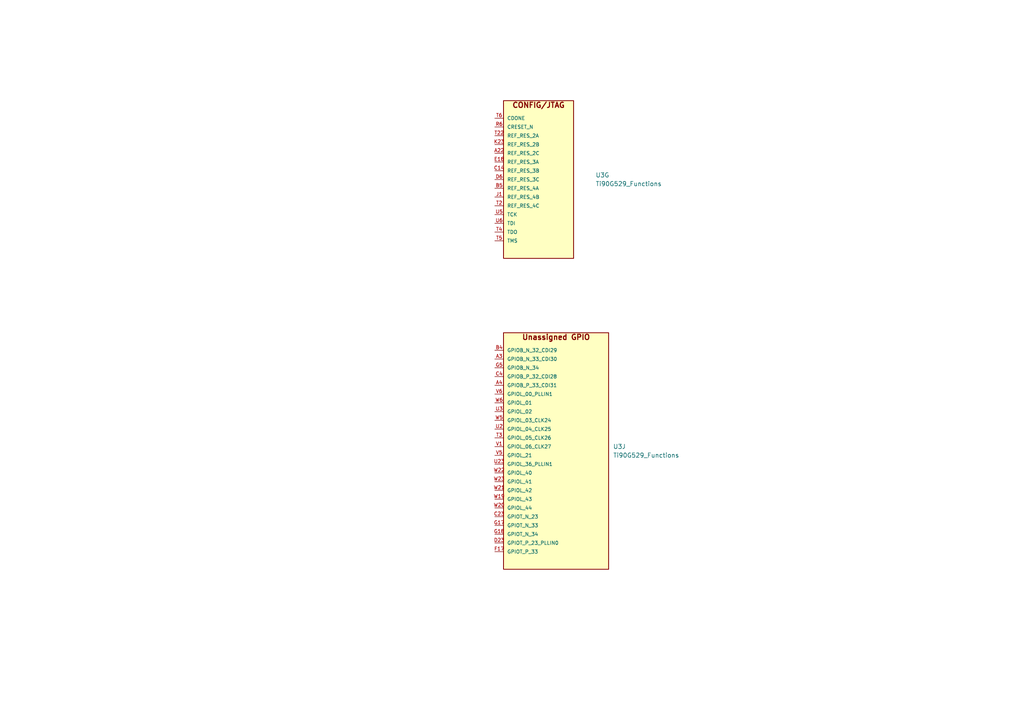
<source format=kicad_sch>
(kicad_sch (version 20250114) (generator "eeschema") (generator_version "9.0")
  (paper "A4")
  (lib_symbols
    (symbol "Ti90G529_Functions:Ti90G529_Functions" (pin_names (offset 1.016))
      (property "Reference" "U" (at 0 1.27 0))
      (property "Value" "Ti90G529_Functions" (at 0 -1.27 0))
      (symbol "Ti90G529_Functions_1_1"
        (rectangle (start 0 63.5) (end 30.48 -63.5) (stroke (width 0.254)) (fill (type background)))
        (text "FT601 Interface" (at 15.24 62.23 0) (effects (font (size 1.524 1.524) (bold yes))))
        (pin bidirectional line (at -2.54 58.42 0) (length 2.54) (name "ftdi_data[0]") (number "F9"))
        (pin bidirectional line (at -2.54 55.88 0) (length 2.54) (name "ftdi_data[1]") (number "A5"))
        (pin bidirectional line (at -2.54 53.34 0) (length 2.54) (name "ftdi_data[2]") (number "E6"))
        (pin bidirectional line (at -2.54 50.8 0) (length 2.54) (name "ftdi_data[3]") (number "B7"))
        (pin bidirectional line (at -2.54 48.26 0) (length 2.54) (name "ftdi_data[4]") (number "C7"))
        (pin bidirectional line (at -2.54 45.72 0) (length 2.54) (name "ftdi_data[5]") (number "E8"))
        (pin bidirectional line (at -2.54 43.18 0) (length 2.54) (name "ftdi_data[6]") (number "A8"))
        (pin bidirectional line (at -2.54 40.64 0) (length 2.54) (name "ftdi_data[7]") (number "C9"))
        (pin bidirectional line (at -2.54 38.1 0) (length 2.54) (name "ftdi_data[8]") (number "E9"))
        (pin bidirectional line (at -2.54 35.56 0) (length 2.54) (name "ftdi_data[9]") (number "E10"))
        (pin bidirectional line (at -2.54 33.02 0) (length 2.54) (name "ftdi_data[10]") (number "C10"))
        (pin bidirectional line (at -2.54 30.48 0) (length 2.54) (name "ftdi_data[11]") (number "H11"))
        (pin bidirectional line (at -2.54 27.94 0) (length 2.54) (name "ftdi_data[12]") (number "A10"))
        (pin bidirectional line (at -2.54 25.4 0) (length 2.54) (name "ftdi_data[13]") (number "C11"))
        (pin bidirectional line (at -2.54 22.86 0) (length 2.54) (name "ftdi_data[14]") (number "G11"))
        (pin bidirectional line (at -2.54 20.32 0) (length 2.54) (name "ftdi_data[15]") (number "B12"))
        (pin bidirectional line (at -2.54 17.78 0) (length 2.54) (name "ftdi_data[16]") (number "E11"))
        (pin bidirectional line (at -2.54 15.24 0) (length 2.54) (name "ftdi_data[17]") (number "G12"))
        (pin bidirectional line (at -2.54 12.7 0) (length 2.54) (name "ftdi_data[18]") (number "D12"))
        (pin bidirectional line (at -2.54 10.16 0) (length 2.54) (name "ftdi_data[19]") (number "A13"))
        (pin bidirectional line (at -2.54 7.62 0) (length 2.54) (name "ftdi_data[20]") (number "H13"))
        (pin bidirectional line (at -2.54 5.08 0) (length 2.54) (name "ftdi_data[21]") (number "B13"))
        (pin bidirectional line (at -2.54 2.54 0) (length 2.54) (name "ftdi_data[22]") (number "F13"))
        (pin bidirectional line (at -2.54 0 0) (length 2.54) (name "ftdi_data[23]") (number "G14"))
        (pin bidirectional line (at -2.54 -2.54 0) (length 2.54) (name "ftdi_data[24]") (number "E14"))
        (pin bidirectional line (at -2.54 -5.08 0) (length 2.54) (name "ftdi_data[25]") (number "B15"))
        (pin bidirectional line (at -2.54 -7.62 0) (length 2.54) (name "ftdi_data[26]") (number "C15"))
        (pin bidirectional line (at -2.54 -10.16 0) (length 2.54) (name "ftdi_data[27]") (number "A16"))
        (pin bidirectional line (at -2.54 -12.7 0) (length 2.54) (name "ftdi_data[28]") (number "A17"))
        (pin bidirectional line (at -2.54 -15.24 0) (length 2.54) (name "ftdi_data[29]") (number "C16"))
        (pin bidirectional line (at -2.54 -17.78 0) (length 2.54) (name "ftdi_data[30]") (number "B18"))
        (pin bidirectional line (at -2.54 -20.32 0) (length 2.54) (name "ftdi_data[31]") (number "A21"))
        (pin bidirectional line (at -2.54 -22.86 0) (length 2.54) (name "ftdi_be[0]") (number "D17"))
        (pin bidirectional line (at -2.54 -25.4 0) (length 2.54) (name "ftdi_be[1]") (number "C19"))
        (pin bidirectional line (at -2.54 -27.94 0) (length 2.54) (name "ftdi_be[2]") (number "C20"))
        (pin bidirectional line (at -2.54 -30.48 0) (length 2.54) (name "ftdi_be[3]") (number "E17"))
        (pin input line (at -2.54 -33.02 0) (length 2.54) (name "ftdi_clk") (number "F15"))
        (pin output line (at -2.54 -35.56 0) (length 2.54) (name "ftdi_oe_n") (number "H15"))
        (pin output line (at -2.54 -38.1 0) (length 2.54) (name "ftdi_rd_n") (number "E16"))
        (pin output line (at -2.54 -40.64 0) (length 2.54) (name "ftdi_wr_n") (number "G16"))
        (pin input line (at -2.54 -43.18 0) (length 2.54) (name "ftdi_rxf_n") (number "G15"))
        (pin input line (at -2.54 -45.72 0) (length 2.54) (name "ftdi_txe_n") (number "E15"))
        (pin output line (at -2.54 -48.26 0) (length 2.54) (name "ftdi_resetn") (number "G9"))
        (pin output line (at -2.54 -50.8 0) (length 2.54) (name "ftdi_siwu") (number "G8"))
        (pin output line (at -2.54 -53.34 0) (length 2.54) (name "ftdi_wakeupn") (number "F7"))
        (pin output line (at -2.54 -55.88 0) (length 2.54) (name "ftdi_gpio0") (number "H8"))
        (pin output line (at -2.54 -58.42 0) (length 2.54) (name "ftdi_gpio1") (number "G7"))
      )
      (symbol "Ti90G529_Functions_2_1"
        (rectangle (start 0 69.85) (end 30.48 -69.85) (stroke (width 0.254)) (fill (type background)))
        (text "ADC 1/2 LVDS Data" (at 15.24 68.58 0) (effects (font (size 1.524 1.524) (bold yes))))
        (pin input line (at 33.02 64.77 180) (length 2.54) (name "lvds_rx1_1") (number "E21"))
        (pin input line (at 33.02 62.23 180) (length 2.54) (name "lvds_rx1_1_N") (number "E20"))
        (pin input line (at 33.02 59.69 180) (length 2.54) (name "lvds_rx1_2") (number "R23"))
        (pin input line (at 33.02 57.15 180) (length 2.54) (name "lvds_rx1_2_N") (number "P23"))
        (pin input line (at 33.02 54.61 180) (length 2.54) (name "lvds_rx1_3") (number "R18"))
        (pin input line (at 33.02 52.07 180) (length 2.54) (name "lvds_rx1_3_N") (number "R19"))
        (pin input line (at 33.02 49.53 180) (length 2.54) (name "lvds_rx1_4") (number "P21"))
        (pin input line (at 33.02 46.99 180) (length 2.54) (name "lvds_rx1_4_N") (number "P20"))
        (pin input line (at 33.02 44.45 180) (length 2.54) (name "lvds_rx1_5") (number "N22"))
        (pin input line (at 33.02 41.91 180) (length 2.54) (name "lvds_rx1_5_N") (number "N23"))
        (pin input line (at 33.02 39.37 180) (length 2.54) (name "lvds_rx1_6") (number "P18"))
        (pin input line (at 33.02 36.83 180) (length 2.54) (name "lvds_rx1_6_N") (number "P19"))
        (pin input line (at 33.02 34.29 180) (length 2.54) (name "lvds_rx1_7") (number "L23"))
        (pin input line (at 33.02 31.75 180) (length 2.54) (name "lvds_rx1_7_N") (number "L22"))
        (pin input line (at 33.02 29.21 180) (length 2.54) (name "lvds_rx1_8") (number "N20"))
        (pin input line (at 33.02 26.67 180) (length 2.54) (name "lvds_rx1_8_N") (number "N21"))
        (pin input line (at 33.02 24.13 180) (length 2.54) (name "lvds_rx1_9") (number "N16"))
        (pin input line (at 33.02 21.59 180) (length 2.54) (name "lvds_rx1_9_N") (number "N17"))
        (pin input line (at 33.02 19.05 180) (length 2.54) (name "lvds_rx1_10") (number "N19"))
        (pin input line (at 33.02 16.51 180) (length 2.54) (name "lvds_rx1_10_N") (number "N18"))
        (pin input line (at 33.02 13.97 180) (length 2.54) (name "lvds_rx1_11") (number "M21"))
        (pin input line (at 33.02 11.43 180) (length 2.54) (name "lvds_rx1_11_N") (number "M22"))
        (pin input line (at 33.02 8.89 180) (length 2.54) (name "lvds_rx1_12") (number "G22"))
        (pin input line (at 33.02 6.35 180) (length 2.54) (name "lvds_rx1_12_N") (number "H22"))
        (pin input line (at 33.02 3.81 180) (length 2.54) (name "lvds_rx1_13") (number "M19"))
        (pin input line (at 33.02 1.27 180) (length 2.54) (name "lvds_rx1_13_N") (number "M18"))
        (pin input line (at 33.02 -1.27 180) (length 2.54) (name "lvds_rx2_1") (number "L21"))
        (pin input line (at 33.02 -3.81 180) (length 2.54) (name "lvds_rx2_1_N") (number "K21"))
        (pin input line (at 33.02 -6.35 180) (length 2.54) (name "lvds_rx2_2") (number "F23"))
        (pin input line (at 33.02 -8.89 180) (length 2.54) (name "lvds_rx2_2_N") (number "G23"))
        (pin input line (at 33.02 -11.43 180) (length 2.54) (name "lvds_rx2_3") (number "L16"))
        (pin input line (at 33.02 -13.97 180) (length 2.54) (name "lvds_rx2_3_N") (number "M16"))
        (pin input line (at 33.02 -16.51 180) (length 2.54) (name "lvds_rx2_4") (number "E23"))
        (pin input line (at 33.02 -19.05 180) (length 2.54) (name "lvds_rx2_4_N") (number "E22"))
        (pin input line (at 33.02 -21.59 180) (length 2.54) (name "lvds_rx2_5") (number "J20"))
        (pin input line (at 33.02 -24.13 180) (length 2.54) (name "lvds_rx2_5_N") (number "J21"))
        (pin input line (at 33.02 -26.67 180) (length 2.54) (name "lvds_rx2_6") (number "L18"))
        (pin input line (at 33.02 -29.21 180) (length 2.54) (name "lvds_rx2_6_N") (number "L17"))
        (pin input line (at 33.02 -31.75 180) (length 2.54) (name "lvds_rx2_7") (number "G21"))
        (pin input line (at 33.02 -34.29 180) (length 2.54) (name "lvds_rx2_7_N") (number "F21"))
        (pin input line (at 33.02 -36.83 180) (length 2.54) (name "lvds_rx2_8") (number "K20"))
        (pin input line (at 33.02 -39.37 180) (length 2.54) (name "lvds_rx2_8_N") (number "K19"))
        (pin input line (at 33.02 -41.91 180) (length 2.54) (name "lvds_rx2_9") (number "L20"))
        (pin input line (at 33.02 -44.45 180) (length 2.54) (name "lvds_rx2_9_N") (number "L19"))
        (pin input line (at 33.02 -46.99 180) (length 2.54) (name "lvds_rx2_10") (number "J18"))
        (pin input line (at 33.02 -49.53 180) (length 2.54) (name "lvds_rx2_10_N") (number "J17"))
        (pin input line (at 33.02 -52.07 180) (length 2.54) (name "lvds_rx2_11") (number "B23"))
        (pin input line (at 33.02 -54.61 180) (length 2.54) (name "lvds_rx2_11_N") (number "B22"))
        (pin input line (at 33.02 -57.15 180) (length 2.54) (name "lvds_rx2_12") (number "K18"))
        (pin input line (at 33.02 -59.69 180) (length 2.54) (name "lvds_rx2_12_N") (number "K17"))
        (pin input line (at 33.02 -62.23 180) (length 2.54) (name "lvds_rx2_13") (number "H20"))
        (pin input line (at 33.02 -64.77 180) (length 2.54) (name "lvds_rx2_13_N") (number "G20"))
      )
      (symbol "Ti90G529_Functions_3_1"
        (rectangle (start 0 69.85) (end 30.48 -69.85) (stroke (width 0.254)) (fill (type background)))
        (text "ADC 3/4 LVDS Data" (at 15.24 68.58 0) (effects (font (size 1.524 1.524) (bold yes))))
        (pin input line (at 33.02 64.77 180) (length 2.54) (name "lvds_rx3_1") (number "C3"))
        (pin input line (at 33.02 62.23 180) (length 2.54) (name "lvds_rx3_1_N") (number "C2"))
        (pin input line (at 33.02 59.69 180) (length 2.54) (name "lvds_rx3_2") (number "R2"))
        (pin input line (at 33.02 57.15 180) (length 2.54) (name "lvds_rx3_2_N") (number "R3"))
        (pin input line (at 33.02 54.61 180) (length 2.54) (name "lvds_rx3_3") (number "P8"))
        (pin input line (at 33.02 52.07 180) (length 2.54) (name "lvds_rx3_3_N") (number "P7"))
        (pin input line (at 33.02 49.53 180) (length 2.54) (name "lvds_rx3_4") (number "P1"))
        (pin input line (at 33.02 46.99 180) (length 2.54) (name "lvds_rx3_4_N") (number "R1"))
        (pin input line (at 33.02 44.45 180) (length 2.54) (name "lvds_rx3_5") (number "P5"))
        (pin input line (at 33.02 41.91 180) (length 2.54) (name "lvds_rx3_5_N") (number "P6"))
        (pin input line (at 33.02 39.37 180) (length 2.54) (name "lvds_rx3_6") (number "N5"))
        (pin input line (at 33.02 36.83 180) (length 2.54) (name "lvds_rx3_6_N") (number "N6"))
        (pin input line (at 33.02 34.29 180) (length 2.54) (name "lvds_rx3_7") (number "N3"))
        (pin input line (at 33.02 31.75 180) (length 2.54) (name "lvds_rx3_7_N") (number "P3"))
        (pin input line (at 33.02 29.21 180) (length 2.54) (name "lvds_rx3_8") (number "N1"))
        (pin input line (at 33.02 26.67 180) (length 2.54) (name "lvds_rx3_8_N") (number "N2"))
        (pin input line (at 33.02 24.13 180) (length 2.54) (name "lvds_rx3_9") (number "N4"))
        (pin input line (at 33.02 21.59 180) (length 2.54) (name "lvds_rx3_9_N") (number "M4"))
        (pin input line (at 33.02 19.05 180) (length 2.54) (name "lvds_rx3_10") (number "L2"))
        (pin input line (at 33.02 16.51 180) (length 2.54) (name "lvds_rx3_10_N") (number "M2"))
        (pin input line (at 33.02 13.97 180) (length 2.54) (name "lvds_rx3_11") (number "K1"))
        (pin input line (at 33.02 11.43 180) (length 2.54) (name "lvds_rx3_11_N") (number "L1"))
        (pin input line (at 33.02 8.89 180) (length 2.54) (name "lvds_rx3_12") (number "E1"))
        (pin input line (at 33.02 6.35 180) (length 2.54) (name "lvds_rx3_12_N") (number "F1"))
        (pin input line (at 33.02 3.81 180) (length 2.54) (name "lvds_rx3_13") (number "M6"))
        (pin input line (at 33.02 1.27 180) (length 2.54) (name "lvds_rx3_13_N") (number "M7"))
        (pin input line (at 33.02 -1.27 180) (length 2.54) (name "lvds_rx4_1") (number "L3"))
        (pin input line (at 33.02 -3.81 180) (length 2.54) (name "lvds_rx4_1_N") (number "K3"))
        (pin input line (at 33.02 -6.35 180) (length 2.54) (name "lvds_rx4_2") (number "J3"))
        (pin input line (at 33.02 -8.89 180) (length 2.54) (name "lvds_rx4_2_N") (number "J2"))
        (pin input line (at 33.02 -11.43 180) (length 2.54) (name "lvds_rx4_3") (number "L4"))
        (pin input line (at 33.02 -13.97 180) (length 2.54) (name "lvds_rx4_3_N") (number "L5"))
        (pin input line (at 33.02 -16.51 180) (length 2.54) (name "lvds_rx4_4") (number "H2"))
        (pin input line (at 33.02 -19.05 180) (length 2.54) (name "lvds_rx4_4_N") (number "H3"))
        (pin input line (at 33.02 -21.59 180) (length 2.54) (name "lvds_rx4_5") (number "F3"))
        (pin input line (at 33.02 -24.13 180) (length 2.54) (name "lvds_rx4_5_N") (number "G3"))
        (pin input line (at 33.02 -26.67 180) (length 2.54) (name "lvds_rx4_6") (number "L7"))
        (pin input line (at 33.02 -29.21 180) (length 2.54) (name "lvds_rx4_6_N") (number "L8"))
        (pin input line (at 33.02 -31.75 180) (length 2.54) (name "lvds_rx4_7") (number "K4"))
        (pin input line (at 33.02 -34.29 180) (length 2.54) (name "lvds_rx4_7_N") (number "J4"))
        (pin input line (at 33.02 -36.83 180) (length 2.54) (name "lvds_rx4_8") (number "H5"))
        (pin input line (at 33.02 -39.37 180) (length 2.54) (name "lvds_rx4_8_N") (number "J5"))
        (pin input line (at 33.02 -41.91 180) (length 2.54) (name "lvds_rx4_9") (number "K6"))
        (pin input line (at 33.02 -44.45 180) (length 2.54) (name "lvds_rx4_9_N") (number "L6"))
        (pin input line (at 33.02 -46.99 180) (length 2.54) (name "lvds_rx4_10") (number "J7"))
        (pin input line (at 33.02 -49.53 180) (length 2.54) (name "lvds_rx4_10_N") (number "J6"))
        (pin input line (at 33.02 -52.07 180) (length 2.54) (name "lvds_rx4_11") (number "B1"))
        (pin input line (at 33.02 -54.61 180) (length 2.54) (name "lvds_rx4_11_N") (number "C1"))
        (pin input line (at 33.02 -57.15 180) (length 2.54) (name "lvds_rx4_12") (number "E4"))
        (pin input line (at 33.02 -59.69 180) (length 2.54) (name "lvds_rx4_12_N") (number "F4"))
        (pin input line (at 33.02 -62.23 180) (length 2.54) (name "lvds_rx4_13") (number "D2"))
        (pin input line (at 33.02 -64.77 180) (length 2.54) (name "lvds_rx4_13_N") (number "D3"))
      )
      (symbol "Ti90G529_Functions_4_1"
        (rectangle (start 0 13.97) (end 30.48 -13.97) (stroke (width 0.254)) (fill (type background)))
        (text "ADC LVDS Clocks" (at 15.24 12.7 0) (effects (font (size 1.524 1.524) (bold yes))))
        (pin input line (at 33.02 8.89 180) (length 2.54) (name "lvds_rx_top_clkin1") (number "J22"))
        (pin input line (at 33.02 6.35 180) (length 2.54) (name "lvds_rx_top_clkin1_N") (number "J23"))
        (pin input line (at 33.02 3.81 180) (length 2.54) (name "lvds_rx_top_clkin2") (number "R22"))
        (pin input line (at 33.02 1.27 180) (length 2.54) (name "lvds_rx_top_clkin2_N") (number "R21"))
        (pin input line (at 33.02 -1.27 180) (length 2.54) (name "lvds_rx_bottom_clkin3") (number "R4"))
        (pin input line (at 33.02 -3.81 180) (length 2.54) (name "lvds_rx_bottom_clkin3_N") (number "R5"))
        (pin input line (at 33.02 -6.35 180) (length 2.54) (name "lvds_rx_bottom_clkin4") (number "G1"))
        (pin input line (at 33.02 -8.89 180) (length 2.54) (name "lvds_rx_bottom_clkin4_N") (number "G2"))
      )
      (symbol "Ti90G529_Functions_5_1"
        (rectangle (start 0 59.69) (end 30.48 -59.69) (stroke (width 0.254)) (fill (type background)))
        (text "DDR4 Interface" (at 15.24 58.42 0) (effects (font (size 1.524 1.524) (bold yes))))
        (pin bidirectional line (at -2.54 54.61 0) (length 2.54) (name "DDR_DQ[0]") (number "AA22"))
        (pin bidirectional line (at -2.54 52.07 0) (length 2.54) (name "DDR_DQ[1]") (number "AA23"))
        (pin bidirectional line (at -2.54 49.53 0) (length 2.54) (name "DDR_DQ[2]") (number "AA20"))
        (pin bidirectional line (at -2.54 46.99 0) (length 2.54) (name "DDR_DQ[3]") (number "AC19"))
        (pin bidirectional line (at -2.54 44.45 0) (length 2.54) (name "DDR_DQ[4]") (number "AB20"))
        (pin bidirectional line (at -2.54 41.91 0) (length 2.54) (name "DDR_DQ[5]") (number "AB19"))
        (pin bidirectional line (at -2.54 39.37 0) (length 2.54) (name "DDR_DQ[6]") (number "AC22"))
        (pin bidirectional line (at -2.54 36.83 0) (length 2.54) (name "DDR_DQ[7]") (number "AA21"))
        (pin bidirectional line (at -2.54 34.29 0) (length 2.54) (name "DDR_DQS[0]") (number "AB21"))
        (pin bidirectional line (at -2.54 31.75 0) (length 2.54) (name "DDR_DQS_N[0]") (number "AC21"))
        (pin bidirectional line (at -2.54 29.21 0) (length 2.54) (name "DDR_DM[0]") (number "AB23"))
        (pin bidirectional line (at -2.54 26.67 0) (length 2.54) (name "DDR_DQ[8]") (number "AA17"))
        (pin bidirectional line (at -2.54 24.13 0) (length 2.54) (name "DDR_DQ[9]") (number "AC17"))
        (pin bidirectional line (at -2.54 21.59 0) (length 2.54) (name "DDR_DQ[10]") (number "AA18"))
        (pin bidirectional line (at -2.54 19.05 0) (length 2.54) (name "DDR_DQ[11]") (number "AC18"))
        (pin bidirectional line (at -2.54 16.51 0) (length 2.54) (name "DDR_DQ[12]") (number "AB15"))
        (pin bidirectional line (at -2.54 13.97 0) (length 2.54) (name "DDR_DQ[13]") (number "AA15"))
        (pin bidirectional line (at -2.54 11.43 0) (length 2.54) (name "DDR_DQ[14]") (number "AC14"))
        (pin bidirectional line (at -2.54 8.89 0) (length 2.54) (name "DDR_DQ[15]") (number "AA14"))
        (pin bidirectional line (at -2.54 6.35 0) (length 2.54) (name "DDR_DQS[1]") (number "AB16"))
        (pin bidirectional line (at -2.54 3.81 0) (length 2.54) (name "DDR_DQS_N[1]") (number "AC16"))
        (pin bidirectional line (at -2.54 1.27 0) (length 2.54) (name "DDR_DM[1]") (number "AA16"))
        (pin bidirectional line (at -2.54 -1.27 0) (length 2.54) (name "DDR_DQ[16]") (number "AB9"))
        (pin bidirectional line (at -2.54 -3.81 0) (length 2.54) (name "DDR_DQ[17]") (number "AA9"))
        (pin bidirectional line (at -2.54 -6.35 0) (length 2.54) (name "DDR_DQ[18]") (number "AC10"))
        (pin bidirectional line (at -2.54 -8.89 0) (length 2.54) (name "DDR_DQ[19]") (number "AA10"))
        (pin bidirectional line (at -2.54 -11.43 0) (length 2.54) (name "DDR_DQ[20]") (number "AC7"))
        (pin bidirectional line (at -2.54 -13.97 0) (length 2.54) (name "DDR_DQ[21]") (number "AA7"))
        (pin bidirectional line (at -2.54 -16.51 0) (length 2.54) (name "DDR_DQ[22]") (number "AC6"))
        (pin bidirectional line (at -2.54 -19.05 0) (length 2.54) (name "DDR_DQ[23]") (number "AA6"))
        (pin bidirectional line (at -2.54 -21.59 0) (length 2.54) (name "DDR_DQS[2]") (number "AB8"))
        (pin bidirectional line (at -2.54 -24.13 0) (length 2.54) (name "DDR_DQS_N[2]") (number "AC8"))
        (pin bidirectional line (at -2.54 -26.67 0) (length 2.54) (name "DDR_DM[2]") (number "AA8"))
        (pin bidirectional line (at -2.54 -29.21 0) (length 2.54) (name "DDR_DQ[24]") (number "AB4"))
        (pin bidirectional line (at -2.54 -31.75 0) (length 2.54) (name "DDR_DQ[25]") (number "AA4"))
        (pin bidirectional line (at -2.54 -34.29 0) (length 2.54) (name "DDR_DQ[26]") (number "AC5"))
        (pin bidirectional line (at -2.54 -36.83 0) (length 2.54) (name "DDR_DQ[27]") (number "AA5"))
        (pin bidirectional line (at -2.54 -39.37 0) (length 2.54) (name "DDR_DQ[28]") (number "AB1"))
        (pin bidirectional line (at -2.54 -41.91 0) (length 2.54) (name "DDR_DQ[29]") (number "AA1"))
        (pin bidirectional line (at -2.54 -44.45 0) (length 2.54) (name "DDR_DQ[30]") (number "AA2"))
        (pin bidirectional line (at -2.54 -46.99 0) (length 2.54) (name "DDR_DQ[31]") (number "AC2"))
        (pin bidirectional line (at -2.54 -49.53 0) (length 2.54) (name "DDR_DQS[3]") (number "AB3"))
        (pin bidirectional line (at -2.54 -52.07 0) (length 2.54) (name "DDR_DQS_N[3]") (number "AC3"))
        (pin bidirectional line (at -2.54 -54.61 0) (length 2.54) (name "DDR_DM[3]") (number "AA3"))
        (pin output line (at 33.02 54.61 180) (length 2.54) (name "DDR_CS_N[0]") (number "Y15"))
        (pin output line (at 33.02 52.07 180) (length 2.54) (name "DDR_CS_N[1]") (number "W16"))
        (pin output line (at 33.02 49.53 180) (length 2.54) (name "DDR_CS_N[2]") (number "W17"))
        (pin output line (at 33.02 46.99 180) (length 2.54) (name "DDR_CS_N[3]") (number "Y17"))
        (pin output line (at 33.02 44.45 180) (length 2.54) (name "DDR_CKE[0]") (number "AA12"))
        (pin output line (at 33.02 39.37 180) (length 2.54) (name "DDR_CKE[1]") (number "AA13"))
        (pin output line (at 33.02 36.83 180) (length 2.54) (name "DDR_CK") (number "AC12"))
        (pin output line (at 33.02 31.75 180) (length 2.54) (name "DDR_CK_N") (number "AB12"))
        (pin output line (at 33.02 26.67 180) (length 2.54) (name "DDR_RST_N") (number "AC13"))
        (pin output line (at 33.02 24.13 180) (length 2.54) (name "DDR_A[0]") (number "AC11"))
        (pin output line (at 33.02 19.05 180) (length 2.54) (name "DDR_A[1]") (number "AA11"))
        (pin output line (at 33.02 13.97 180) (length 2.54) (name "DDR_A[2]") (number "Y9"))
        (pin output line (at 33.02 8.89 180) (length 2.54) (name "DDR_A[3]") (number "W9"))
        (pin output line (at 33.02 3.81 180) (length 2.54) (name "DDR_A[4]") (number "W8"))
        (pin output line (at 33.02 -1.27 180) (length 2.54) (name "DDR_A[5]") (number "Y7"))
        (pin output line (at 33.02 -6.35 180) (length 2.54) (name "DDR_CAL") (number "V8"))
      )
      (symbol "Ti90G529_Functions_6_1"
        (rectangle (start 0 63.5) (end 30.48 -63.5) (stroke (width 0.254)) (fill (type background)))
        (text "Misc I/O" (at 15.24 62.23 0) (effects (font (size 1.524 1.524) (bold yes))))
        (pin input line (at -2.54 58.42 0) (length 2.54) (name "boardin[0]") (number "C13"))
        (pin input line (at -2.54 55.88 0) (length 2.54) (name "boardin[1]") (number "E13"))
        (pin input line (at -2.54 53.34 0) (length 2.54) (name "boardin[2]") (number "H14"))
        (pin input line (at -2.54 50.8 0) (length 2.54) (name "boardin[3]") (number "D14"))
        (pin input line (at -2.54 48.26 0) (length 2.54) (name "boardin[4]") (number "A7"))
        (pin input line (at -2.54 45.72 0) (length 2.54) (name "boardin[5]") (number "B19"))
        (pin input line (at -2.54 43.18 0) (length 2.54) (name "boardin[6]") (number "B20"))
        (pin input line (at -2.54 40.64 0) (length 2.54) (name "boardin[7]") (number "H9"))
        (pin input line (at -2.54 38.1 0) (length 2.54) (name "ddr_pllin") (number "U18"))
        (pin input line (at -2.54 35.56 0) (length 2.54) (name "ext_clkin") (number "C5"))
        (pin input line (at -2.54 33.02 0) (length 2.54) (name "exttrigin") (number "F5"))
        (pin input line (at -2.54 30.48 0) (length 2.54) (name "lockinfo[0]") (number "C17"))
        (pin input line (at -2.54 27.94 0) (length 2.54) (name "lockinfo[1]") (number "C18"))
        (pin input line (at -2.54 25.4 0) (length 2.54) (name "lockinfo[2]") (number "A20"))
        (pin input line (at -2.54 22.86 0) (length 2.54) (name "lockinfo[3]") (number "D18"))
        (pin input line (at -2.54 20.32 0) (length 2.54) (name "lvdsin_clk") (number "E2"))
        (pin input line (at -2.54 17.78 0) (length 2.54) (name "lvdsin_clk_N") (number "E3"))
        (pin input line (at -2.54 15.24 0) (length 2.54) (name "lvdsin_spare") (number "G6"))
        (pin input line (at -2.54 12.7 0) (length 2.54) (name "lvdsin_spare_N") (number "H6"))
        (pin input line (at -2.54 10.16 0) (length 2.54) (name "lvdsin_trig") (number "B2"))
        (pin input line (at -2.54 7.62 0) (length 2.54) (name "lvdsin_trig_N") (number "A2"))
        (pin input line (at -2.54 5.08 0) (length 2.54) (name "lvdsin_trig_b") (number "D5"))
        (pin input line (at -2.54 2.54 0) (length 2.54) (name "lvdsin_trig_b_N") (number "E5"))
        (pin input line (at -2.54 0 0) (length 2.54) (name "main_pllin") (number "W4"))
        (pin input line (at -2.54 -2.54 0) (length 2.54) (name "overrange[0]") (number "A15"))
        (pin input line (at -2.54 -5.08 0) (length 2.54) (name "overrange[1]") (number "D15"))
        (pin input line (at -2.54 -7.62 0) (length 2.54) (name "overrange[2]") (number "B16"))
        (pin input line (at -2.54 -10.16 0) (length 2.54) (name "overrange[3]") (number "A18"))
        (pin output line (at 33.02 58.42 180) (length 2.54) (name "LED[0]") (number "U1"))
        (pin output line (at 33.02 55.88 180) (length 2.54) (name "LED[1]") (number "W1"))
        (pin output line (at 33.02 53.34 180) (length 2.54) (name "LED[2]") (number "V3"))
        (pin output line (at 33.02 50.8 180) (length 2.54) (name "LED[3]") (number "W3"))
        (pin output line (at 33.02 48.26 180) (length 2.54) (name "adc_clkout") (number "U17"))
        (pin output line (at 33.02 45.72 180) (length 2.54) (name "auxout") (number "G19"))
        (pin output line (at 33.02 43.18 180) (length 2.54) (name "boardout[0]") (number "D11"))
        (pin output line (at 33.02 40.64 180) (length 2.54) (name "boardout[1]") (number "F11"))
        (pin output line (at 33.02 38.1 180) (length 2.54) (name "boardout[2]") (number "A12"))
        (pin output line (at 33.02 35.56 180) (length 2.54) (name "boardout[3]") (number "E12"))
        (pin output line (at 33.02 33.02 180) (length 2.54) (name "boardout[4]") (number "H12"))
        (pin output line (at 33.02 30.48 180) (length 2.54) (name "boardout[5]") (number "C12"))
        (pin output line (at 33.02 27.94 180) (length 2.54) (name "boardout[6]") (number "A14"))
        (pin output line (at 33.02 25.4 180) (length 2.54) (name "boardout[7]") (number "G13"))
        (pin output line (at 33.02 22.86 180) (length 2.54) (name "debugout[0]") (number "C8"))
        (pin output line (at 33.02 20.32 180) (length 2.54) (name "debugout[10]") (number "H10"))
        (pin output line (at 33.02 17.78 180) (length 2.54) (name "debugout[11]") (number "A11"))
        (pin output line (at 33.02 15.24 180) (length 2.54) (name "debugout[1]") (number "D8"))
        (pin output line (at 33.02 12.7 180) (length 2.54) (name "debugout[2]") (number "A9"))
        (pin output line (at 33.02 10.16 180) (length 2.54) (name "debugout[3]") (number "B9"))
        (pin output line (at 33.02 7.62 180) (length 2.54) (name "debugout[4]") (number "D9"))
        (pin output line (at 33.02 5.08 180) (length 2.54) (name "debugout[5]") (number "C6"))
        (pin output line (at 33.02 2.54 180) (length 2.54) (name "debugout[6]") (number "A6"))
        (pin output line (at 33.02 0 180) (length 2.54) (name "debugout[7]") (number "E7"))
        (pin output line (at 33.02 -2.54 180) (length 2.54) (name "debugout[8]") (number "F10"))
        (pin output line (at 33.02 -5.08 180) (length 2.54) (name "debugout[9]") (number "B10"))
        (pin output line (at 33.02 -7.62 180) (length 2.54) (name "fan_out") (number "W2"))
        (pin output line (at 33.02 -10.16 180) (length 2.54) (name "lvdsout_clk") (number "F19"))
        (pin output line (at 33.02 -12.7 180) (length 2.54) (name "lvdsout_clk_N") (number "E19"))
        (pin output line (at 33.02 -15.24 180) (length 2.54) (name "lvdsout_spare") (number "H19"))
        (pin output line (at 33.02 -17.78 180) (length 2.54) (name "lvdsout_spare_N") (number "H18"))
        (pin output line (at 33.02 -20.32 180) (length 2.54) (name "lvdsout_trig") (number "C21"))
        (pin output line (at 33.02 -22.86 180) (length 2.54) (name "lvdsout_trig_N") (number "C22"))
        (pin output line (at 33.02 -25.4 180) (length 2.54) (name "lvdsout_trig_b") (number "D21"))
        (pin output line (at 33.02 -27.94 180) (length 2.54) (name "lvdsout_trig_b_N") (number "D20"))
        (pin output line (at 33.02 -30.48 180) (length 2.54) (name "neo_led") (number "V4"))
        (pin output line (at 33.02 -33.02 180) (length 2.54) (name "spi_clk") (number "V18"))
        (pin input line (at 33.02 -35.56 180) (length 2.54) (name "spi_miso") (number "T20"))
        (pin output line (at 33.02 -38.1 180) (length 2.54) (name "spi_mosi") (number "T19"))
        (pin output line (at 33.02 -40.64 180) (length 2.54) (name "spics[0]") (number "V19"))
        (pin output line (at 33.02 -43.18 180) (length 2.54) (name "spics[1]") (number "T18"))
        (pin output line (at 33.02 -45.72 180) (length 2.54) (name "spics[2]") (number "U20"))
        (pin output line (at 33.02 -48.26 180) (length 2.54) (name "spics[3]") (number "V23"))
        (pin output line (at 33.02 -50.8 180) (length 2.54) (name "spics[4]") (number "V21"))
        (pin output line (at 33.02 -53.34 180) (length 2.54) (name "spics[5]") (number "V22"))
        (pin output line (at 33.02 -55.88 180) (length 2.54) (name "spics[6]") (number "U21"))
        (pin output line (at 33.02 -58.42 180) (length 2.54) (name "spics[7]") (number "V20"))
      )
      (symbol "Ti90G529_Functions_7_1"
        (rectangle (start 0 22.86) (end 20.32 -22.86) (stroke (width 0.254)) (fill (type background)))
        (text "CONFIG/JTAG" (at 10.16 21.59 0) (effects (font (size 1.524 1.524) (bold yes))))
        (pin output line (at -2.54 17.78 0) (length 2.54) (name "CDONE") (number "T6"))
        (pin input line (at -2.54 15.24 0) (length 2.54) (name "CRESET_N") (number "R6"))
        (pin passive line (at -2.54 12.7 0) (length 2.54) (name "REF_RES_2A") (number "T22"))
        (pin passive line (at -2.54 10.16 0) (length 2.54) (name "REF_RES_2B") (number "K23"))
        (pin passive line (at -2.54 7.62 0) (length 2.54) (name "REF_RES_2C") (number "A22"))
        (pin passive line (at -2.54 5.08 0) (length 2.54) (name "REF_RES_3A") (number "E18"))
        (pin passive line (at -2.54 2.54 0) (length 2.54) (name "REF_RES_3B") (number "C14"))
        (pin passive line (at -2.54 0 0) (length 2.54) (name "REF_RES_3C") (number "D6"))
        (pin passive line (at -2.54 -2.54 0) (length 2.54) (name "REF_RES_4A") (number "B5"))
        (pin passive line (at -2.54 -5.08 0) (length 2.54) (name "REF_RES_4B") (number "J1"))
        (pin passive line (at -2.54 -7.62 0) (length 2.54) (name "REF_RES_4C") (number "T2"))
        (pin input line (at -2.54 -10.16 0) (length 2.54) (name "TCK") (number "U5"))
        (pin input line (at -2.54 -12.7 0) (length 2.54) (name "TDI") (number "U6"))
        (pin output line (at -2.54 -15.24 0) (length 2.54) (name "TDO") (number "T4"))
        (pin input line (at -2.54 -17.78 0) (length 2.54) (name "TMS") (number "T5"))
      )
      (symbol "Ti90G529_Functions_8_1"
        (rectangle (start 0 69.85) (end 25.4 -69.85) (stroke (width 0.254)) (fill (type background)))
        (text "VCC Power" (at 12.7 68.58 0) (effects (font (size 1.524 1.524) (bold yes))))
        (pin power_in line (at -2.54 64.77 0) (length 2.54) (name "VCC") (number "J11"))
        (pin power_in line (at -2.54 62.23 0) (length 2.54) (name "VCC") (number "J13"))
        (pin power_in line (at -2.54 59.69 0) (length 2.54) (name "VCC") (number "J15"))
        (pin power_in line (at -2.54 57.15 0) (length 2.54) (name "VCC") (number "J9"))
        (pin power_in line (at -2.54 54.61 0) (length 2.54) (name "VCC") (number "K10"))
        (pin power_in line (at -2.54 52.07 0) (length 2.54) (name "VCC") (number "K12"))
        (pin power_in line (at -2.54 49.53 0) (length 2.54) (name "VCC") (number "K14"))
        (pin power_in line (at -2.54 46.99 0) (length 2.54) (name "VCC") (number "L11"))
        (pin power_in line (at -2.54 44.45 0) (length 2.54) (name "VCC") (number "L13"))
        (pin power_in line (at -2.54 41.91 0) (length 2.54) (name "VCC") (number "L15"))
        (pin power_in line (at -2.54 39.37 0) (length 2.54) (name "VCC") (number "L9"))
        (pin power_in line (at -2.54 36.83 0) (length 2.54) (name "VCC") (number "M10"))
        (pin power_in line (at -2.54 34.29 0) (length 2.54) (name "VCC") (number "M12"))
        (pin power_in line (at -2.54 31.75 0) (length 2.54) (name "VCC") (number "M14"))
        (pin power_in line (at -2.54 29.21 0) (length 2.54) (name "VCC") (number "N11"))
        (pin power_in line (at -2.54 26.67 0) (length 2.54) (name "VCC") (number "N13"))
        (pin power_in line (at -2.54 24.13 0) (length 2.54) (name "VCC") (number "N15"))
        (pin power_in line (at -2.54 21.59 0) (length 2.54) (name "VCC") (number "N9"))
        (pin power_in line (at -2.54 19.05 0) (length 2.54) (name "VCC") (number "T16"))
        (pin power_in line (at -2.54 16.51 0) (length 2.54) (name "VCC") (number "T8"))
        (pin power_in line (at -2.54 13.97 0) (length 2.54) (name "VCC") (number "U16"))
        (pin power_in line (at -2.54 11.43 0) (length 2.54) (name "VCC") (number "U8"))
        (pin power_in line (at -2.54 8.89 0) (length 2.54) (name "VCCAUX") (number "J16"))
        (pin power_in line (at -2.54 6.35 0) (length 2.54) (name "VCCAUX") (number "K8"))
        (pin power_in line (at -2.54 3.81 0) (length 2.54) (name "VCCAUX") (number "R16"))
        (pin power_in line (at -2.54 1.27 0) (length 2.54) (name "VCCAUX") (number "R8"))
        (pin power_in line (at -2.54 -1.27 0) (length 2.54) (name "VCCA_BL") (number "R7"))
        (pin power_in line (at -2.54 -3.81 0) (length 2.54) (name "VCCA_BR") (number "J8"))
        (pin power_in line (at -2.54 -6.35 0) (length 2.54) (name "VCCA_TL") (number "R17"))
        (pin power_in line (at -2.54 -8.89 0) (length 2.54) (name "VCCA_TR") (number "H16"))
        (pin power_in line (at -2.54 -11.43 0) (length 2.54) (name "VCCIO2A") (number "P17"))
        (pin power_in line (at -2.54 -13.97 0) (length 2.54) (name "VCCIO2A") (number "P22"))
        (pin power_in line (at -2.54 -16.51 0) (length 2.54) (name "VCCIO2A") (number "R20"))
        (pin power_in line (at -2.54 -19.05 0) (length 2.54) (name "VCCIO2B") (number "H21"))
        (pin power_in line (at -2.54 -21.59 0) (length 2.54) (name "VCCIO2B") (number "K22"))
        (pin power_in line (at -2.54 -24.13 0) (length 2.54) (name "VCCIO2B") (number "M17"))
        (pin power_in line (at -2.54 -26.67 0) (length 2.54) (name "VCCIO2C") (number "F18"))
        (pin power_in line (at -2.54 -29.21 0) (length 2.54) (name "VCCIO2C") (number "H17"))
        (pin power_in line (at -2.54 -31.75 0) (length 2.54) (name "VCCIO2C") (number "K16"))
        (pin power_in line (at -2.54 -34.29 0) (length 2.54) (name "VCCIO33_BL") (number "U4"))
        (pin power_in line (at -2.54 -36.83 0) (length 2.54) (name "VCCIO33_BL") (number "V2"))
        (pin power_in line (at -2.54 -39.37 0) (length 2.54) (name "VCCIO33_BR") (number "F8"))
        (pin power_in line (at -2.54 -41.91 0) (length 2.54) (name "VCCIO33_TL") (number "U19"))
        (pin power_in line (at -2.54 -44.45 0) (length 2.54) (name "VCCIO33_TL") (number "U22"))
        (pin power_in line (at -2.54 -46.99 0) (length 2.54) (name "VCCIO33_TR") (number "F16"))
        (pin power_in line (at -2.54 -49.53 0) (length 2.54) (name "VCCIO3A") (number "B17"))
        (pin power_in line (at -2.54 -52.07 0) (length 2.54) (name "VCCIO3A") (number "D16"))
        (pin power_in line (at -2.54 -54.61 0) (length 2.54) (name "VCCIO3B") (number "D13"))
        (pin power_in line (at -2.54 -57.15 0) (length 2.54) (name "VCCIO3B") (number "F12"))
        (pin power_in line (at -2.54 -59.69 0) (length 2.54) (name "VCCIO3B") (number "F14"))
        (pin power_in line (at -2.54 -62.23 0) (length 2.54) (name "VCCIO3B") (number "G10"))
        (pin power_in line (at -2.54 -64.77 0) (length 2.54) (name "VCCIO3C") (number "B8"))
        (pin power_in line (at 27.94 64.77 180) (length 2.54) (name "VCCIO3C") (number "D7"))
        (pin power_in line (at 27.94 62.23 180) (length 2.54) (name "VCCIO4A") (number "D4"))
        (pin power_in line (at 27.94 59.69 180) (length 2.54) (name "VCCIO4A") (number "F6"))
        (pin power_in line (at 27.94 57.15 180) (length 2.54) (name "VCCIO4A") (number "G4"))
        (pin power_in line (at 27.94 54.61 180) (length 2.54) (name "VCCIO4B") (number "K7"))
        (pin power_in line (at 27.94 52.07 180) (length 2.54) (name "VCCIO4B") (number "M5"))
        (pin power_in line (at 27.94 49.53 180) (length 2.54) (name "VCCIO4B") (number "M8"))
        (pin power_in line (at 27.94 46.99 180) (length 2.54) (name "VCCIO4C") (number "N7"))
        (pin power_in line (at 27.94 44.45 180) (length 2.54) (name "VCCIO4C") (number "P2"))
        (pin power_in line (at 27.94 41.91 180) (length 2.54) (name "VCCIO4C") (number "P4"))
        (pin power_in line (at 27.94 39.37 180) (length 2.54) (name "VDDPLL_MCB_TOP_PHY") (number "U12"))
        (pin power_in line (at 27.94 36.83 180) (length 2.54) (name "VDDQX_PHY") (number "U10"))
        (pin power_in line (at 27.94 34.29 180) (length 2.54) (name "VDDQX_PHY") (number "U13"))
        (pin power_in line (at 27.94 31.75 180) (length 2.54) (name "VDDQX_PHY") (number "U15"))
        (pin power_in line (at 27.94 29.21 180) (length 2.54) (name "VDDQX_PHY") (number "U9"))
        (pin power_in line (at 27.94 26.67 180) (length 2.54) (name "VDDQX_PHY") (number "V11"))
        (pin power_in line (at 27.94 24.13 180) (length 2.54) (name "VDDQX_PHY") (number "V12"))
        (pin power_in line (at 27.94 21.59 180) (length 2.54) (name "VDDQX_PHY") (number "V14"))
        (pin power_in line (at 27.94 19.05 180) (length 2.54) (name "VDDQX_PHY") (number "V9"))
        (pin power_in line (at 27.94 16.51 180) (length 2.54) (name "VDDQ_CK_PHY") (number "T12"))
        (pin power_in line (at 27.94 13.97 180) (length 2.54) (name "VDDQ_PHY") (number "AB10"))
        (pin power_in line (at 27.94 11.43 180) (length 2.54) (name "VDDQ_PHY") (number "AB14"))
        (pin power_in line (at 27.94 8.89 180) (length 2.54) (name "VDDQ_PHY") (number "AB18"))
        (pin power_in line (at 27.94 6.35 180) (length 2.54) (name "VDDQ_PHY") (number "AB6"))
        (pin power_in line (at 27.94 3.81 180) (length 2.54) (name "VDDQ_PHY") (number "W12"))
        (pin power_in line (at 27.94 1.27 180) (length 2.54) (name "VDDQ_PHY") (number "W18"))
        (pin power_in line (at 27.94 -1.27 180) (length 2.54) (name "VDDQ_PHY") (number "W7"))
        (pin power_in line (at 27.94 -3.81 180) (length 2.54) (name "VDDQ_PHY") (number "Y1"))
        (pin power_in line (at 27.94 -6.35 180) (length 2.54) (name "VDDQ_PHY") (number "Y11"))
        (pin power_in line (at 27.94 -8.89 180) (length 2.54) (name "VDDQ_PHY") (number "Y13"))
        (pin power_in line (at 27.94 -11.43 180) (length 2.54) (name "VDDQ_PHY") (number "Y19"))
        (pin power_in line (at 27.94 -13.97 180) (length 2.54) (name "VDDQ_PHY") (number "Y21"))
        (pin power_in line (at 27.94 -16.51 180) (length 2.54) (name "VDDQ_PHY") (number "Y23"))
        (pin power_in line (at 27.94 -19.05 180) (length 2.54) (name "VDDQ_PHY") (number "Y3"))
        (pin power_in line (at 27.94 -21.59 180) (length 2.54) (name "VDDQ_PHY") (number "Y5"))
        (pin power_in line (at 27.94 -24.13 180) (length 2.54) (name "VDD_PHY") (number "P11"))
        (pin power_in line (at 27.94 -26.67 180) (length 2.54) (name "VDD_PHY") (number "P12"))
        (pin power_in line (at 27.94 -29.21 180) (length 2.54) (name "VDD_PHY") (number "P14"))
        (pin power_in line (at 27.94 -31.75 180) (length 2.54) (name "VDD_PHY") (number "P15"))
        (pin power_in line (at 27.94 -34.29 180) (length 2.54) (name "VDD_PHY") (number "P9"))
        (pin power_in line (at 27.94 -36.83 180) (length 2.54) (name "VDD_PHY") (number "R10"))
        (pin power_in line (at 27.94 -39.37 180) (length 2.54) (name "VDD_PHY") (number "R11"))
        (pin power_in line (at 27.94 -41.91 180) (length 2.54) (name "VDD_PHY") (number "R13"))
        (pin power_in line (at 27.94 -44.45 180) (length 2.54) (name "VDD_PHY") (number "R14"))
        (pin power_in line (at 27.94 -46.99 180) (length 2.54) (name "VDD_PHY") (number "T10"))
        (pin power_in line (at 27.94 -49.53 180) (length 2.54) (name "VDD_PHY") (number "T11"))
        (pin power_in line (at 27.94 -52.07 180) (length 2.54) (name "VDD_PHY") (number "T13"))
        (pin power_in line (at 27.94 -54.61 180) (length 2.54) (name "VDD_PHY") (number "T14"))
        (pin power_in line (at 27.94 -57.15 180) (length 2.54) (name "VDD_PHY") (number "T15"))
        (pin power_in line (at 27.94 -59.69 180) (length 2.54) (name "VDD_PHY") (number "T9"))
        (pin power_in line (at 27.94 -62.23 180) (length 2.54) (name "VQPS") (number "U7"))
      )
      (symbol "Ti90G529_Functions_9_1"
        (rectangle (start 0 59.69) (end 20.32 -59.69) (stroke (width 0.254)) (fill (type background)))
        (text "GND" (at 10.16 58.42 0) (effects (font (size 1.524 1.524) (bold yes))))
        (pin power_in line (at -2.54 54.61 0) (length 2.54) (name "GND") (number "A1"))
        (pin power_in line (at -2.54 52.07 0) (length 2.54) (name "GND") (number "A19"))
        (pin power_in line (at -2.54 49.53 0) (length 2.54) (name "GND") (number "A23"))
        (pin power_in line (at -2.54 46.99 0) (length 2.54) (name "GND") (number "AA19"))
        (pin power_in line (at -2.54 44.45 0) (length 2.54) (name "GND") (number "AB11"))
        (pin power_in line (at -2.54 41.91 0) (length 2.54) (name "GND") (number "AB13"))
        (pin power_in line (at -2.54 39.37 0) (length 2.54) (name "GND") (number "AB17"))
        (pin power_in line (at -2.54 36.83 0) (length 2.54) (name "GND") (number "AB2"))
        (pin power_in line (at -2.54 34.29 0) (length 2.54) (name "GND") (number "AB22"))
        (pin power_in line (at -2.54 31.75 0) (length 2.54) (name "GND") (number "AB5"))
        (pin power_in line (at -2.54 29.21 0) (length 2.54) (name "GND") (number "AB7"))
        (pin power_in line (at -2.54 26.67 0) (length 2.54) (name "GND") (number "AC1"))
        (pin power_in line (at -2.54 24.13 0) (length 2.54) (name "GND") (number "AC15"))
        (pin power_in line (at -2.54 21.59 0) (length 2.54) (name "GND") (number "AC20"))
        (pin power_in line (at -2.54 19.05 0) (length 2.54) (name "GND") (number "AC23"))
        (pin power_in line (at -2.54 16.51 0) (length 2.54) (name "GND") (number "AC4"))
        (pin power_in line (at -2.54 13.97 0) (length 2.54) (name "GND") (number "AC9"))
        (pin power_in line (at -2.54 11.43 0) (length 2.54) (name "GND") (number "B11"))
        (pin power_in line (at -2.54 8.89 0) (length 2.54) (name "GND") (number "B14"))
        (pin power_in line (at -2.54 6.35 0) (length 2.54) (name "GND") (number "B21"))
        (pin power_in line (at -2.54 3.81 0) (length 2.54) (name "GND") (number "B3"))
        (pin power_in line (at -2.54 1.27 0) (length 2.54) (name "GND") (number "B6"))
        (pin power_in line (at -2.54 -1.27 0) (length 2.54) (name "GND") (number "D1"))
        (pin power_in line (at -2.54 -3.81 0) (length 2.54) (name "GND") (number "D10"))
        (pin power_in line (at -2.54 -6.35 0) (length 2.54) (name "GND") (number "D19"))
        (pin power_in line (at -2.54 -8.89 0) (length 2.54) (name "GND") (number "D22"))
        (pin power_in line (at -2.54 -11.43 0) (length 2.54) (name "GND") (number "F2"))
        (pin power_in line (at -2.54 -13.97 0) (length 2.54) (name "GND") (number "F20"))
        (pin power_in line (at -2.54 -16.51 0) (length 2.54) (name "GND") (number "F22"))
        (pin power_in line (at -2.54 -19.05 0) (length 2.54) (name "GND") (number "H1"))
        (pin power_in line (at -2.54 -21.59 0) (length 2.54) (name "GND") (number "H23"))
        (pin power_in line (at -2.54 -24.13 0) (length 2.54) (name "GND") (number "H4"))
        (pin power_in line (at -2.54 -26.67 0) (length 2.54) (name "GND") (number "H7"))
        (pin power_in line (at -2.54 -29.21 0) (length 2.54) (name "GND") (number "J10"))
        (pin power_in line (at -2.54 -31.75 0) (length 2.54) (name "GND") (number "J12"))
        (pin power_in line (at -2.54 -34.29 0) (length 2.54) (name "GND") (number "J14"))
        (pin power_in line (at -2.54 -36.83 0) (length 2.54) (name "GND") (number "J19"))
        (pin power_in line (at -2.54 -39.37 0) (length 2.54) (name "GND") (number "K11"))
        (pin power_in line (at -2.54 -41.91 0) (length 2.54) (name "GND") (number "K13"))
        (pin power_in line (at -2.54 -44.45 0) (length 2.54) (name "GND") (number "K15"))
        (pin power_in line (at -2.54 -46.99 0) (length 2.54) (name "GND") (number "K2"))
        (pin power_in line (at -2.54 -49.53 0) (length 2.54) (name "GND") (number "K5"))
        (pin power_in line (at -2.54 -52.07 0) (length 2.54) (name "GND") (number "K9"))
        (pin power_in line (at -2.54 -54.61 0) (length 2.54) (name "GND") (number "L10"))
        (pin power_in line (at 22.86 54.61 180) (length 2.54) (name "GND") (number "L12"))
        (pin power_in line (at 22.86 52.07 180) (length 2.54) (name "GND") (number "L14"))
        (pin power_in line (at 22.86 49.53 180) (length 2.54) (name "GND") (number "M1"))
        (pin power_in line (at 22.86 46.99 180) (length 2.54) (name "GND") (number "M11"))
        (pin power_in line (at 22.86 44.45 180) (length 2.54) (name "GND") (number "M13"))
        (pin power_in line (at 22.86 41.91 180) (length 2.54) (name "GND") (number "M15"))
        (pin power_in line (at 22.86 39.37 180) (length 2.54) (name "GND") (number "M20"))
        (pin power_in line (at 22.86 36.83 180) (length 2.54) (name "GND") (number "M23"))
        (pin power_in line (at 22.86 34.29 180) (length 2.54) (name "GND") (number "M3"))
        (pin power_in line (at 22.86 31.75 180) (length 2.54) (name "GND") (number "M9"))
        (pin power_in line (at 22.86 29.21 180) (length 2.54) (name "GND") (number "N10"))
        (pin power_in line (at 22.86 26.67 180) (length 2.54) (name "GND") (number "N12"))
        (pin power_in line (at 22.86 24.13 180) (length 2.54) (name "GND") (number "N14"))
        (pin power_in line (at 22.86 21.59 180) (length 2.54) (name "GND") (number "N8"))
        (pin power_in line (at 22.86 19.05 180) (length 2.54) (name "GND") (number "P10"))
        (pin power_in line (at 22.86 16.51 180) (length 2.54) (name "GND") (number "P13"))
        (pin power_in line (at 22.86 13.97 180) (length 2.54) (name "GND") (number "P16"))
        (pin power_in line (at 22.86 11.43 180) (length 2.54) (name "GND") (number "R12"))
        (pin power_in line (at 22.86 8.89 180) (length 2.54) (name "GND") (number "R15"))
        (pin power_in line (at 22.86 6.35 180) (length 2.54) (name "GND") (number "R9"))
        (pin power_in line (at 22.86 3.81 180) (length 2.54) (name "GND") (number "T1"))
        (pin power_in line (at 22.86 1.27 180) (length 2.54) (name "GND") (number "T17"))
        (pin power_in line (at 22.86 -1.27 180) (length 2.54) (name "GND") (number "T21"))
        (pin power_in line (at 22.86 -3.81 180) (length 2.54) (name "GND") (number "T23"))
        (pin power_in line (at 22.86 -6.35 180) (length 2.54) (name "GND") (number "T7"))
        (pin power_in line (at 22.86 -8.89 180) (length 2.54) (name "GND") (number "U11"))
        (pin power_in line (at 22.86 -11.43 180) (length 2.54) (name "GND") (number "U14"))
        (pin power_in line (at 22.86 -13.97 180) (length 2.54) (name "GND") (number "V10"))
        (pin power_in line (at 22.86 -16.51 180) (length 2.54) (name "GND") (number "V13"))
        (pin power_in line (at 22.86 -19.05 180) (length 2.54) (name "GND") (number "V15"))
        (pin power_in line (at 22.86 -21.59 180) (length 2.54) (name "GND") (number "V17"))
        (pin power_in line (at 22.86 -24.13 180) (length 2.54) (name "GND") (number "V7"))
        (pin power_in line (at 22.86 -26.67 180) (length 2.54) (name "GND") (number "Y10"))
        (pin power_in line (at 22.86 -29.21 180) (length 2.54) (name "GND") (number "Y12"))
        (pin power_in line (at 22.86 -31.75 180) (length 2.54) (name "GND") (number "Y14"))
        (pin power_in line (at 22.86 -34.29 180) (length 2.54) (name "GND") (number "Y16"))
        (pin power_in line (at 22.86 -36.83 180) (length 2.54) (name "GND") (number "Y18"))
        (pin power_in line (at 22.86 -39.37 180) (length 2.54) (name "GND") (number "Y2"))
        (pin power_in line (at 22.86 -41.91 180) (length 2.54) (name "GND") (number "Y20"))
        (pin power_in line (at 22.86 -44.45 180) (length 2.54) (name "GND") (number "Y22"))
        (pin power_in line (at 22.86 -46.99 180) (length 2.54) (name "GND") (number "Y4"))
        (pin power_in line (at 22.86 -49.53 180) (length 2.54) (name "GND") (number "Y6"))
        (pin power_in line (at 22.86 -52.07 180) (length 2.54) (name "GND") (number "Y8"))
      )
      (symbol "Ti90G529_Functions_10_1"
        (rectangle (start 0 34.29) (end 30.48 -34.29) (stroke (width 0.254)) (fill (type background)))
        (text "Unassigned GPIO" (at 15.24 33.02 0) (effects (font (size 1.524 1.524) (bold yes))))
        (pin bidirectional line (at -2.54 29.21 0) (length 2.54) (name "GPIOB_N_32_CDI29") (number "B4"))
        (pin bidirectional line (at -2.54 26.67 0) (length 2.54) (name "GPIOB_N_33_CDI30") (number "A3"))
        (pin bidirectional line (at -2.54 24.13 0) (length 2.54) (name "GPIOB_N_34") (number "G5"))
        (pin bidirectional line (at -2.54 21.59 0) (length 2.54) (name "GPIOB_P_32_CDI28") (number "C4"))
        (pin bidirectional line (at -2.54 19.05 0) (length 2.54) (name "GPIOB_P_33_CDI31") (number "A4"))
        (pin bidirectional line (at -2.54 16.51 0) (length 2.54) (name "GPIOL_00_PLLIN1") (number "V6"))
        (pin bidirectional line (at -2.54 13.97 0) (length 2.54) (name "GPIOL_01") (number "W6"))
        (pin bidirectional line (at -2.54 11.43 0) (length 2.54) (name "GPIOL_02") (number "U3"))
        (pin bidirectional line (at -2.54 8.89 0) (length 2.54) (name "GPIOL_03_CLK24") (number "W5"))
        (pin bidirectional line (at -2.54 6.35 0) (length 2.54) (name "GPIOL_04_CLK25") (number "U2"))
        (pin bidirectional line (at -2.54 3.81 0) (length 2.54) (name "GPIOL_05_CLK26") (number "T3"))
        (pin bidirectional line (at -2.54 1.27 0) (length 2.54) (name "GPIOL_06_CLK27") (number "V1"))
        (pin bidirectional line (at -2.54 -1.27 0) (length 2.54) (name "GPIOL_21") (number "V5"))
        (pin bidirectional line (at -2.54 -3.81 0) (length 2.54) (name "GPIOL_36_PLLIN1") (number "U23"))
        (pin bidirectional line (at -2.54 -6.35 0) (length 2.54) (name "GPIOL_40") (number "W22"))
        (pin bidirectional line (at -2.54 -8.89 0) (length 2.54) (name "GPIOL_41") (number "W23"))
        (pin bidirectional line (at -2.54 -11.43 0) (length 2.54) (name "GPIOL_42") (number "W21"))
        (pin bidirectional line (at -2.54 -13.97 0) (length 2.54) (name "GPIOL_43") (number "W19"))
        (pin bidirectional line (at -2.54 -16.51 0) (length 2.54) (name "GPIOL_44") (number "W20"))
        (pin bidirectional line (at -2.54 -19.05 0) (length 2.54) (name "GPIOT_N_23") (number "C23"))
        (pin bidirectional line (at -2.54 -21.59 0) (length 2.54) (name "GPIOT_N_33") (number "G17"))
        (pin bidirectional line (at -2.54 -24.13 0) (length 2.54) (name "GPIOT_N_34") (number "G18"))
        (pin bidirectional line (at -2.54 -26.67 0) (length 2.54) (name "GPIOT_P_23_PLLIN0") (number "D23"))
        (pin bidirectional line (at -2.54 -29.21 0) (length 2.54) (name "GPIOT_P_33") (number "F17"))
      )
    )
  )
  (symbol (lib_id "Ti90G529_Functions:Ti90G529_Functions") (at 146.05 130.81 0) (unit 10)
    (property "Reference" "U3" (at 177.8 129.5252 0) (effects (justify left)))
    (property "Value" "Ti90G529_Functions" (at 177.8 132.0652 0) (effects (justify left)))
    (property "Footprint" "G529:BGA-529_23x23_19.0x19.0mm" (effects (hide yes)))
    (property "Description" "Efinix Ti90G529 FPGA organized by peripheral interface" (effects (hide yes)))
  )
  (symbol (lib_id "Ti90G529_Functions:Ti90G529_Functions") (at 146.05 52.07 0) (unit 7)
    (property "Reference" "U3" (at 172.72 50.7852 0) (effects (justify left)))
    (property "Value" "Ti90G529_Functions" (at 172.72 53.3252 0) (effects (justify left)))
    (property "Footprint" "G529:BGA-529_23x23_19.0x19.0mm" (effects (hide yes)))
    (property "Description" "Efinix Ti90G529 FPGA organized by peripheral interface" (effects (hide yes)))
  )
)
</source>
